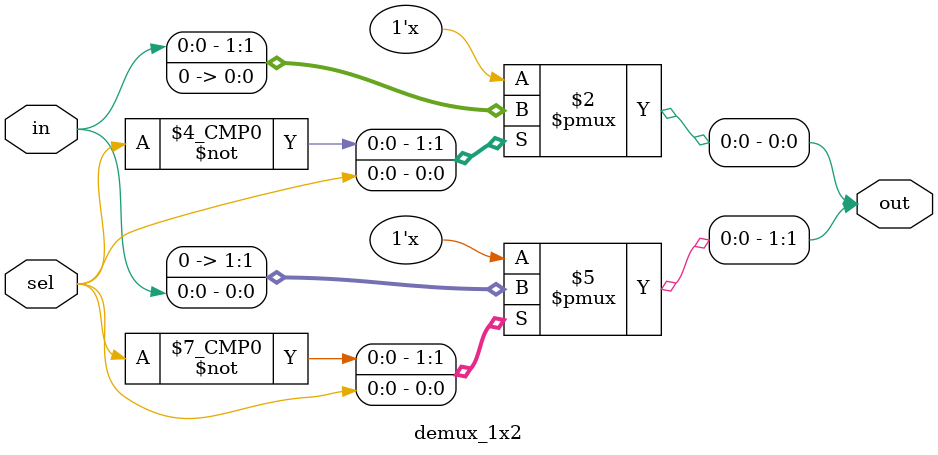
<source format=v>
module demux_1x2(
    input wire in,
    input wire sel,
    output reg [1:0]out 
    );
    always @* begin
    out=2'd0;
      case(sel)
      
          1'b0:out[0]=in;
          1'b1:out[1]=in;
    
      endcase
    end
endmodule
</source>
